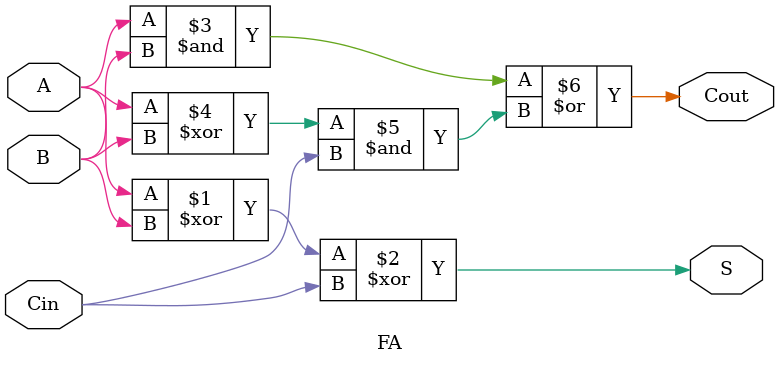
<source format=v>
module FA(
    input A,
    input B,
    input Cin,
    output S,
    output Cout
    );
     
assign S = A ^ B ^ Cin;
assign Cout = (A & B) | ((A ^ B) & Cin);
 
endmodule
</source>
